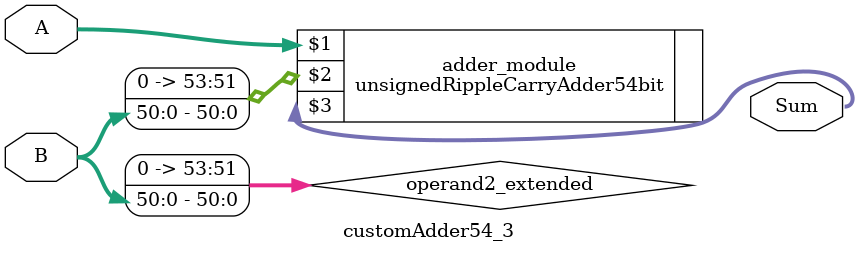
<source format=v>
module customAdder54_3(
                        input [53 : 0] A,
                        input [50 : 0] B,
                        
                        output [54 : 0] Sum
                );

        wire [53 : 0] operand2_extended;
        
        assign operand2_extended =  {3'b0, B};
        
        unsignedRippleCarryAdder54bit adder_module(
            A,
            operand2_extended,
            Sum
        );
        
        endmodule
        
</source>
